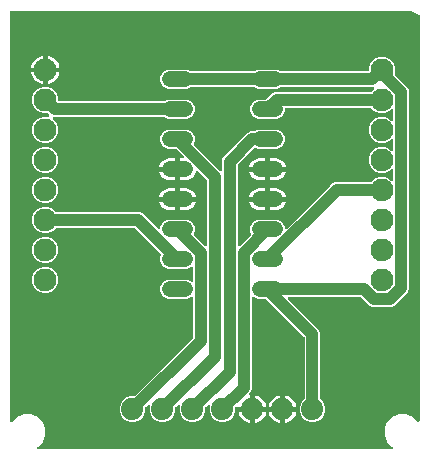
<source format=gbr>
G04 EAGLE Gerber X2 export*
%TF.Part,Single*%
%TF.FileFunction,Copper,L2,Bot,Mixed*%
%TF.FilePolarity,Positive*%
%TF.GenerationSoftware,Autodesk,EAGLE,8.6.0*%
%TF.CreationDate,2018-02-23T21:09:10Z*%
G75*
%MOMM*%
%FSLAX34Y34*%
%LPD*%
%AMOC8*
5,1,8,0,0,1.08239X$1,22.5*%
G01*
%ADD10C,1.320800*%
%ADD11C,1.879600*%
%ADD12C,1.930400*%
%ADD13C,1.016000*%

G36*
X320983Y4450D02*
X320983Y4450D01*
X321015Y4448D01*
X321122Y4470D01*
X321231Y4486D01*
X321260Y4499D01*
X321292Y4505D01*
X321388Y4557D01*
X321488Y4602D01*
X321512Y4623D01*
X321541Y4638D01*
X321619Y4714D01*
X321702Y4785D01*
X321720Y4812D01*
X321743Y4835D01*
X321796Y4930D01*
X321856Y5021D01*
X321866Y5052D01*
X321882Y5080D01*
X321907Y5187D01*
X321939Y5291D01*
X321939Y5323D01*
X321947Y5354D01*
X321941Y5464D01*
X321942Y5573D01*
X321934Y5604D01*
X321932Y5636D01*
X321896Y5739D01*
X321867Y5845D01*
X321850Y5872D01*
X321840Y5903D01*
X321786Y5976D01*
X321719Y6085D01*
X321683Y6117D01*
X321658Y6152D01*
X317347Y10462D01*
X315039Y16034D01*
X315039Y22066D01*
X317347Y27638D01*
X321612Y31903D01*
X327184Y34211D01*
X333216Y34211D01*
X338788Y31903D01*
X343048Y27642D01*
X343074Y27623D01*
X343095Y27598D01*
X343187Y27538D01*
X343274Y27473D01*
X343304Y27461D01*
X343331Y27444D01*
X343436Y27412D01*
X343538Y27373D01*
X343570Y27371D01*
X343601Y27361D01*
X343710Y27360D01*
X343819Y27351D01*
X343851Y27358D01*
X343883Y27358D01*
X343988Y27387D01*
X344095Y27409D01*
X344124Y27424D01*
X344155Y27433D01*
X344248Y27490D01*
X344344Y27541D01*
X344367Y27564D01*
X344395Y27581D01*
X344468Y27662D01*
X344546Y27738D01*
X344562Y27766D01*
X344584Y27790D01*
X344631Y27889D01*
X344685Y27984D01*
X344693Y28015D01*
X344707Y28044D01*
X344721Y28133D01*
X344750Y28258D01*
X344748Y28307D01*
X344754Y28349D01*
X344754Y371047D01*
X344738Y371161D01*
X344728Y371276D01*
X344718Y371301D01*
X344714Y371327D01*
X344667Y371432D01*
X344625Y371539D01*
X344609Y371560D01*
X344598Y371584D01*
X344523Y371671D01*
X344453Y371762D01*
X344433Y371777D01*
X344415Y371798D01*
X344270Y371893D01*
X344202Y371941D01*
X336997Y375544D01*
X336924Y375568D01*
X336855Y375602D01*
X336796Y375611D01*
X336729Y375633D01*
X336629Y375637D01*
X336550Y375649D01*
X-905Y375649D01*
X-969Y375640D01*
X-1033Y375641D01*
X-1108Y375620D01*
X-1184Y375609D01*
X-1243Y375583D01*
X-1305Y375566D01*
X-1371Y375525D01*
X-1441Y375493D01*
X-1490Y375451D01*
X-1545Y375418D01*
X-1597Y375360D01*
X-1655Y375310D01*
X-1691Y375256D01*
X-1734Y375208D01*
X-1767Y375139D01*
X-1810Y375074D01*
X-1829Y375012D01*
X-1857Y374955D01*
X-1868Y374885D01*
X-1892Y374804D01*
X-1893Y374719D01*
X-1904Y374650D01*
X-1904Y28299D01*
X-1900Y28267D01*
X-1902Y28235D01*
X-1880Y28128D01*
X-1864Y28019D01*
X-1851Y27990D01*
X-1845Y27958D01*
X-1793Y27862D01*
X-1748Y27762D01*
X-1727Y27738D01*
X-1712Y27709D01*
X-1636Y27631D01*
X-1565Y27548D01*
X-1538Y27530D01*
X-1515Y27507D01*
X-1420Y27454D01*
X-1329Y27394D01*
X-1298Y27384D01*
X-1270Y27368D01*
X-1164Y27343D01*
X-1059Y27311D01*
X-1027Y27311D01*
X-996Y27303D01*
X-886Y27309D01*
X-777Y27308D01*
X-746Y27316D01*
X-714Y27318D01*
X-611Y27354D01*
X-505Y27383D01*
X-478Y27400D01*
X-447Y27410D01*
X-374Y27464D01*
X-265Y27531D01*
X-233Y27567D01*
X-198Y27592D01*
X4112Y31903D01*
X9684Y34211D01*
X15716Y34211D01*
X21288Y31903D01*
X25553Y27638D01*
X27861Y22066D01*
X27861Y16034D01*
X25553Y10462D01*
X21242Y6152D01*
X21223Y6126D01*
X21198Y6105D01*
X21138Y6013D01*
X21073Y5926D01*
X21061Y5896D01*
X21044Y5869D01*
X21012Y5764D01*
X20973Y5662D01*
X20971Y5630D01*
X20961Y5599D01*
X20960Y5490D01*
X20951Y5381D01*
X20958Y5349D01*
X20958Y5317D01*
X20987Y5212D01*
X21009Y5105D01*
X21024Y5076D01*
X21033Y5045D01*
X21090Y4952D01*
X21141Y4856D01*
X21164Y4833D01*
X21181Y4805D01*
X21262Y4732D01*
X21338Y4654D01*
X21366Y4638D01*
X21390Y4616D01*
X21489Y4569D01*
X21584Y4515D01*
X21615Y4507D01*
X21644Y4493D01*
X21733Y4479D01*
X21858Y4450D01*
X21907Y4452D01*
X21949Y4446D01*
X320951Y4446D01*
X320983Y4450D01*
G37*
%LPC*%
G36*
X99427Y27177D02*
X99427Y27177D01*
X95413Y28840D01*
X92340Y31913D01*
X90677Y35927D01*
X90677Y40273D01*
X92340Y44287D01*
X95413Y47360D01*
X99427Y49023D01*
X102768Y49023D01*
X102863Y49036D01*
X102959Y49041D01*
X103003Y49056D01*
X103048Y49063D01*
X103135Y49102D01*
X103226Y49134D01*
X103260Y49159D01*
X103304Y49179D01*
X103402Y49262D01*
X103475Y49315D01*
X152615Y98455D01*
X152672Y98532D01*
X152737Y98603D01*
X152757Y98644D01*
X152784Y98681D01*
X152818Y98771D01*
X152860Y98857D01*
X152866Y98899D01*
X152883Y98945D01*
X152893Y99072D01*
X152907Y99162D01*
X152907Y132395D01*
X152903Y132427D01*
X152905Y132459D01*
X152883Y132566D01*
X152867Y132674D01*
X152854Y132704D01*
X152848Y132735D01*
X152796Y132832D01*
X152751Y132931D01*
X152730Y132956D01*
X152715Y132984D01*
X152639Y133063D01*
X152568Y133146D01*
X152541Y133163D01*
X152518Y133186D01*
X152423Y133240D01*
X152332Y133300D01*
X152301Y133309D01*
X152273Y133325D01*
X152167Y133350D01*
X152062Y133382D01*
X152030Y133383D01*
X151998Y133390D01*
X151889Y133385D01*
X151780Y133386D01*
X151749Y133378D01*
X151717Y133376D01*
X151614Y133340D01*
X151508Y133311D01*
X151481Y133294D01*
X151450Y133283D01*
X151377Y133230D01*
X151268Y133163D01*
X151236Y133127D01*
X151201Y133102D01*
X150909Y132809D01*
X147921Y131571D01*
X131479Y131571D01*
X128491Y132809D01*
X126205Y135095D01*
X124967Y138083D01*
X124967Y141317D01*
X126205Y144305D01*
X128491Y146591D01*
X131479Y147829D01*
X147921Y147829D01*
X150909Y146591D01*
X151201Y146298D01*
X151227Y146279D01*
X151248Y146254D01*
X151340Y146195D01*
X151427Y146129D01*
X151457Y146118D01*
X151484Y146100D01*
X151589Y146068D01*
X151691Y146030D01*
X151723Y146027D01*
X151754Y146018D01*
X151863Y146016D01*
X151972Y146008D01*
X152004Y146014D01*
X152036Y146014D01*
X152141Y146043D01*
X152248Y146065D01*
X152277Y146080D01*
X152308Y146089D01*
X152401Y146147D01*
X152497Y146198D01*
X152520Y146220D01*
X152548Y146237D01*
X152621Y146318D01*
X152699Y146395D01*
X152715Y146423D01*
X152737Y146447D01*
X152784Y146545D01*
X152838Y146640D01*
X152846Y146671D01*
X152860Y146700D01*
X152874Y146790D01*
X152903Y146914D01*
X152901Y146963D01*
X152907Y147005D01*
X152907Y157795D01*
X152903Y157827D01*
X152905Y157859D01*
X152883Y157966D01*
X152867Y158074D01*
X152854Y158104D01*
X152848Y158135D01*
X152796Y158232D01*
X152751Y158331D01*
X152730Y158356D01*
X152715Y158384D01*
X152639Y158463D01*
X152568Y158546D01*
X152541Y158563D01*
X152518Y158586D01*
X152423Y158640D01*
X152332Y158700D01*
X152301Y158709D01*
X152273Y158725D01*
X152167Y158750D01*
X152062Y158782D01*
X152030Y158783D01*
X151998Y158790D01*
X151889Y158785D01*
X151780Y158786D01*
X151749Y158778D01*
X151717Y158776D01*
X151614Y158740D01*
X151508Y158711D01*
X151481Y158694D01*
X151450Y158683D01*
X151377Y158630D01*
X151268Y158563D01*
X151236Y158527D01*
X151201Y158502D01*
X150909Y158209D01*
X147921Y156971D01*
X131479Y156971D01*
X128491Y158209D01*
X126205Y160495D01*
X124967Y163483D01*
X124967Y166717D01*
X125818Y168770D01*
X125820Y168779D01*
X125825Y168787D01*
X125855Y168916D01*
X125888Y169043D01*
X125887Y169052D01*
X125890Y169061D01*
X125883Y169194D01*
X125879Y169325D01*
X125876Y169334D01*
X125875Y169343D01*
X125832Y169468D01*
X125791Y169593D01*
X125786Y169601D01*
X125783Y169610D01*
X125737Y169672D01*
X125632Y169826D01*
X125614Y169841D01*
X125601Y169859D01*
X103907Y191553D01*
X103830Y191610D01*
X103759Y191675D01*
X103718Y191695D01*
X103681Y191722D01*
X103591Y191756D01*
X103505Y191798D01*
X103463Y191804D01*
X103417Y191821D01*
X103290Y191831D01*
X103200Y191845D01*
X37365Y191845D01*
X37271Y191832D01*
X37174Y191827D01*
X37131Y191812D01*
X37086Y191805D01*
X36999Y191766D01*
X36908Y191734D01*
X36873Y191709D01*
X36829Y191689D01*
X36732Y191606D01*
X36659Y191553D01*
X34081Y188975D01*
X29973Y187273D01*
X25527Y187273D01*
X21419Y188975D01*
X18275Y192119D01*
X16573Y196227D01*
X16573Y200673D01*
X18275Y204781D01*
X21419Y207925D01*
X25527Y209627D01*
X29973Y209627D01*
X34081Y207925D01*
X36659Y205347D01*
X36736Y205290D01*
X36807Y205225D01*
X36848Y205205D01*
X36884Y205178D01*
X36974Y205144D01*
X37061Y205102D01*
X37103Y205096D01*
X37148Y205079D01*
X37276Y205069D01*
X37365Y205055D01*
X107664Y205055D01*
X110091Y204049D01*
X123261Y190879D01*
X123287Y190860D01*
X123308Y190835D01*
X123400Y190775D01*
X123487Y190710D01*
X123517Y190698D01*
X123544Y190681D01*
X123649Y190649D01*
X123751Y190610D01*
X123783Y190608D01*
X123814Y190598D01*
X123923Y190597D01*
X124032Y190588D01*
X124064Y190595D01*
X124096Y190595D01*
X124201Y190624D01*
X124308Y190646D01*
X124337Y190661D01*
X124368Y190670D01*
X124461Y190727D01*
X124557Y190779D01*
X124580Y190801D01*
X124608Y190818D01*
X124681Y190899D01*
X124759Y190975D01*
X124775Y191003D01*
X124797Y191027D01*
X124844Y191126D01*
X124898Y191221D01*
X124906Y191252D01*
X124920Y191281D01*
X124934Y191370D01*
X124963Y191495D01*
X124961Y191544D01*
X124967Y191586D01*
X124967Y192117D01*
X126205Y195105D01*
X128491Y197391D01*
X131479Y198629D01*
X147921Y198629D01*
X150909Y197391D01*
X153195Y195105D01*
X154433Y192117D01*
X154433Y188883D01*
X153548Y186748D01*
X153546Y186738D01*
X153541Y186730D01*
X153511Y186601D01*
X153478Y186474D01*
X153478Y186465D01*
X153476Y186456D01*
X153483Y186323D01*
X153487Y186193D01*
X153490Y186184D01*
X153491Y186174D01*
X153534Y186049D01*
X153575Y185924D01*
X153580Y185917D01*
X153583Y185908D01*
X153628Y185846D01*
X153733Y185691D01*
X153752Y185676D01*
X153765Y185659D01*
X162885Y176538D01*
X162911Y176519D01*
X162932Y176494D01*
X163024Y176434D01*
X163111Y176369D01*
X163141Y176357D01*
X163168Y176340D01*
X163273Y176308D01*
X163375Y176269D01*
X163407Y176267D01*
X163438Y176257D01*
X163547Y176256D01*
X163656Y176247D01*
X163688Y176254D01*
X163720Y176254D01*
X163825Y176283D01*
X163932Y176305D01*
X163961Y176320D01*
X163992Y176329D01*
X164085Y176386D01*
X164181Y176437D01*
X164204Y176460D01*
X164232Y176477D01*
X164305Y176558D01*
X164383Y176634D01*
X164399Y176662D01*
X164421Y176686D01*
X164468Y176784D01*
X164522Y176880D01*
X164530Y176911D01*
X164544Y176940D01*
X164558Y177029D01*
X164587Y177154D01*
X164585Y177203D01*
X164591Y177245D01*
X164591Y231937D01*
X164578Y232032D01*
X164573Y232128D01*
X164558Y232171D01*
X164551Y232216D01*
X164512Y232304D01*
X164480Y232395D01*
X164455Y232429D01*
X164435Y232473D01*
X164352Y232571D01*
X164299Y232644D01*
X156952Y239990D01*
X156892Y240035D01*
X156838Y240088D01*
X156780Y240120D01*
X156727Y240160D01*
X156656Y240186D01*
X156589Y240222D01*
X156525Y240236D01*
X156463Y240259D01*
X156387Y240265D01*
X156314Y240281D01*
X156248Y240276D01*
X156182Y240281D01*
X156108Y240265D01*
X156032Y240260D01*
X155970Y240237D01*
X155905Y240223D01*
X155839Y240188D01*
X155768Y240161D01*
X155715Y240122D01*
X155657Y240091D01*
X155602Y240038D01*
X155542Y239993D01*
X155502Y239940D01*
X155454Y239894D01*
X155417Y239828D01*
X155372Y239768D01*
X155352Y239716D01*
X155338Y239693D01*
X155335Y239682D01*
X155315Y239649D01*
X155293Y239553D01*
X155266Y239479D01*
X155097Y238633D01*
X154408Y236968D01*
X153407Y235470D01*
X152134Y234197D01*
X150636Y233196D01*
X148971Y232507D01*
X147205Y232155D01*
X141699Y232155D01*
X141699Y240300D01*
X141691Y240361D01*
X141691Y240397D01*
X141691Y240398D01*
X141691Y240428D01*
X141670Y240502D01*
X141659Y240579D01*
X141633Y240638D01*
X141616Y240700D01*
X141575Y240766D01*
X141543Y240836D01*
X141501Y240885D01*
X141468Y240940D01*
X141410Y240991D01*
X141360Y241050D01*
X141306Y241086D01*
X141258Y241129D01*
X141189Y241162D01*
X141124Y241205D01*
X141062Y241224D01*
X141005Y241252D01*
X140935Y241262D01*
X140854Y241287D01*
X140769Y241288D01*
X140700Y241299D01*
X139699Y241299D01*
X139699Y241301D01*
X140700Y241301D01*
X140764Y241310D01*
X140828Y241309D01*
X140903Y241330D01*
X140979Y241341D01*
X141038Y241367D01*
X141100Y241384D01*
X141166Y241425D01*
X141236Y241457D01*
X141285Y241499D01*
X141340Y241532D01*
X141392Y241590D01*
X141450Y241640D01*
X141486Y241694D01*
X141529Y241742D01*
X141562Y241811D01*
X141605Y241876D01*
X141624Y241938D01*
X141652Y241996D01*
X141662Y242065D01*
X141687Y242146D01*
X141688Y242231D01*
X141699Y242300D01*
X141699Y250445D01*
X144202Y250445D01*
X144234Y250449D01*
X144266Y250447D01*
X144373Y250469D01*
X144482Y250485D01*
X144511Y250498D01*
X144543Y250504D01*
X144639Y250556D01*
X144739Y250601D01*
X144763Y250622D01*
X144791Y250637D01*
X144870Y250713D01*
X144953Y250784D01*
X144970Y250811D01*
X144994Y250834D01*
X145047Y250929D01*
X145107Y251020D01*
X145117Y251051D01*
X145133Y251079D01*
X145158Y251186D01*
X145190Y251290D01*
X145190Y251322D01*
X145198Y251353D01*
X145192Y251463D01*
X145193Y251572D01*
X145185Y251603D01*
X145183Y251635D01*
X145147Y251738D01*
X145118Y251844D01*
X145101Y251871D01*
X145091Y251902D01*
X145037Y251975D01*
X144970Y252084D01*
X144934Y252116D01*
X144909Y252151D01*
X138781Y258279D01*
X138704Y258336D01*
X138633Y258401D01*
X138592Y258421D01*
X138555Y258448D01*
X138465Y258482D01*
X138379Y258524D01*
X138337Y258530D01*
X138291Y258547D01*
X138164Y258557D01*
X138074Y258571D01*
X131479Y258571D01*
X128491Y259809D01*
X126205Y262095D01*
X124967Y265083D01*
X124967Y268317D01*
X126205Y271305D01*
X128491Y273591D01*
X131479Y274829D01*
X147921Y274829D01*
X150909Y273591D01*
X153195Y271305D01*
X154433Y268317D01*
X154433Y265083D01*
X153582Y263030D01*
X153580Y263021D01*
X153575Y263013D01*
X153545Y262884D01*
X153512Y262757D01*
X153513Y262748D01*
X153510Y262739D01*
X153517Y262606D01*
X153521Y262475D01*
X153524Y262466D01*
X153525Y262457D01*
X153568Y262332D01*
X153609Y262207D01*
X153614Y262199D01*
X153617Y262190D01*
X153663Y262128D01*
X153768Y261974D01*
X153786Y261959D01*
X153799Y261941D01*
X157999Y257741D01*
X158006Y257725D01*
X158027Y257689D01*
X158041Y257650D01*
X158092Y257580D01*
X158149Y257482D01*
X158193Y257442D01*
X158223Y257401D01*
X175839Y239784D01*
X175865Y239765D01*
X175886Y239740D01*
X175978Y239680D01*
X176065Y239615D01*
X176095Y239603D01*
X176122Y239586D01*
X176227Y239554D01*
X176329Y239515D01*
X176361Y239513D01*
X176392Y239503D01*
X176501Y239502D01*
X176610Y239493D01*
X176642Y239500D01*
X176674Y239500D01*
X176779Y239529D01*
X176886Y239551D01*
X176915Y239566D01*
X176946Y239575D01*
X177039Y239632D01*
X177135Y239683D01*
X177158Y239706D01*
X177186Y239723D01*
X177259Y239804D01*
X177337Y239880D01*
X177353Y239908D01*
X177375Y239932D01*
X177422Y240030D01*
X177476Y240126D01*
X177484Y240157D01*
X177498Y240186D01*
X177512Y240275D01*
X177541Y240400D01*
X177539Y240449D01*
X177545Y240491D01*
X177545Y248964D01*
X178551Y251391D01*
X199459Y272299D01*
X201886Y273305D01*
X203991Y273305D01*
X204086Y273318D01*
X204182Y273323D01*
X204225Y273338D01*
X204270Y273345D01*
X204358Y273384D01*
X204449Y273416D01*
X204483Y273441D01*
X204527Y273461D01*
X204625Y273544D01*
X204686Y273589D01*
X207679Y274829D01*
X224121Y274829D01*
X227109Y273591D01*
X229395Y271305D01*
X230633Y268317D01*
X230633Y265083D01*
X229395Y262095D01*
X227109Y259809D01*
X224121Y258571D01*
X207679Y258571D01*
X205986Y259273D01*
X205976Y259275D01*
X205968Y259280D01*
X205839Y259310D01*
X205712Y259343D01*
X205703Y259342D01*
X205694Y259345D01*
X205561Y259338D01*
X205431Y259334D01*
X205422Y259331D01*
X205412Y259330D01*
X205288Y259287D01*
X205162Y259246D01*
X205154Y259241D01*
X205146Y259238D01*
X205084Y259193D01*
X204929Y259087D01*
X204914Y259069D01*
X204897Y259056D01*
X191047Y245207D01*
X190990Y245130D01*
X190925Y245059D01*
X190905Y245018D01*
X190878Y244981D01*
X190844Y244891D01*
X190802Y244805D01*
X190796Y244763D01*
X190779Y244717D01*
X190769Y244590D01*
X190755Y244500D01*
X190755Y176991D01*
X190759Y176958D01*
X190757Y176926D01*
X190779Y176819D01*
X190795Y176711D01*
X190808Y176682D01*
X190815Y176650D01*
X190866Y176554D01*
X190911Y176454D01*
X190932Y176430D01*
X190947Y176401D01*
X191023Y176323D01*
X191094Y176240D01*
X191121Y176222D01*
X191144Y176199D01*
X191239Y176145D01*
X191330Y176086D01*
X191361Y176076D01*
X191390Y176060D01*
X191496Y176035D01*
X191600Y176003D01*
X191632Y176003D01*
X191664Y175995D01*
X191773Y176001D01*
X191882Y176000D01*
X191913Y176008D01*
X191946Y176010D01*
X192049Y176046D01*
X192154Y176075D01*
X192181Y176092D01*
X192212Y176103D01*
X192285Y176156D01*
X192394Y176223D01*
X192426Y176259D01*
X192461Y176284D01*
X192488Y176311D01*
X201835Y185659D01*
X201841Y185666D01*
X201848Y185672D01*
X201926Y185779D01*
X202005Y185884D01*
X202008Y185893D01*
X202013Y185901D01*
X202057Y186024D01*
X202104Y186148D01*
X202105Y186158D01*
X202108Y186167D01*
X202116Y186298D01*
X202126Y186429D01*
X202124Y186439D01*
X202124Y186448D01*
X202106Y186523D01*
X202068Y186705D01*
X202057Y186727D01*
X202052Y186748D01*
X201167Y188883D01*
X201167Y192117D01*
X202405Y195105D01*
X204691Y197391D01*
X207679Y198629D01*
X224121Y198629D01*
X227109Y197391D01*
X229395Y195105D01*
X230633Y192117D01*
X230633Y191586D01*
X230637Y191554D01*
X230635Y191522D01*
X230657Y191415D01*
X230673Y191306D01*
X230686Y191277D01*
X230692Y191245D01*
X230744Y191149D01*
X230789Y191049D01*
X230810Y191025D01*
X230825Y190997D01*
X230901Y190918D01*
X230972Y190835D01*
X230999Y190818D01*
X231022Y190794D01*
X231117Y190741D01*
X231208Y190681D01*
X231239Y190671D01*
X231267Y190655D01*
X231374Y190630D01*
X231478Y190598D01*
X231510Y190598D01*
X231541Y190590D01*
X231651Y190596D01*
X231760Y190595D01*
X231791Y190603D01*
X231823Y190605D01*
X231926Y190641D01*
X232032Y190670D01*
X232059Y190687D01*
X232090Y190697D01*
X232163Y190751D01*
X232272Y190818D01*
X232304Y190854D01*
X232339Y190879D01*
X268910Y227451D01*
X270909Y229449D01*
X273336Y230455D01*
X303135Y230455D01*
X303230Y230468D01*
X303326Y230473D01*
X303369Y230488D01*
X303414Y230495D01*
X303501Y230534D01*
X303592Y230566D01*
X303627Y230591D01*
X303671Y230611D01*
X303768Y230694D01*
X303841Y230747D01*
X306419Y233325D01*
X310527Y235027D01*
X314973Y235027D01*
X319081Y233325D01*
X320695Y231711D01*
X320721Y231691D01*
X320742Y231667D01*
X320834Y231607D01*
X320921Y231542D01*
X320951Y231530D01*
X320978Y231512D01*
X321083Y231481D01*
X321185Y231442D01*
X321217Y231440D01*
X321248Y231430D01*
X321357Y231429D01*
X321466Y231420D01*
X321498Y231427D01*
X321530Y231426D01*
X321635Y231455D01*
X321742Y231478D01*
X321771Y231493D01*
X321802Y231502D01*
X321895Y231559D01*
X321991Y231610D01*
X322014Y231633D01*
X322042Y231650D01*
X322115Y231731D01*
X322193Y231807D01*
X322209Y231835D01*
X322231Y231859D01*
X322278Y231957D01*
X322332Y232052D01*
X322340Y232084D01*
X322354Y232113D01*
X322368Y232202D01*
X322397Y232327D01*
X322395Y232375D01*
X322401Y232417D01*
X322401Y240683D01*
X322397Y240715D01*
X322399Y240747D01*
X322377Y240854D01*
X322361Y240962D01*
X322348Y240991D01*
X322342Y241023D01*
X322290Y241119D01*
X322245Y241219D01*
X322224Y241243D01*
X322209Y241272D01*
X322133Y241350D01*
X322062Y241433D01*
X322035Y241451D01*
X322012Y241474D01*
X321917Y241528D01*
X321826Y241588D01*
X321795Y241597D01*
X321767Y241613D01*
X321661Y241638D01*
X321556Y241670D01*
X321524Y241670D01*
X321493Y241678D01*
X321383Y241672D01*
X321274Y241674D01*
X321243Y241665D01*
X321211Y241663D01*
X321108Y241628D01*
X321002Y241598D01*
X320975Y241581D01*
X320944Y241571D01*
X320871Y241518D01*
X320762Y241450D01*
X320730Y241414D01*
X320695Y241389D01*
X319081Y239775D01*
X314973Y238073D01*
X310527Y238073D01*
X306419Y239775D01*
X303275Y242919D01*
X301573Y247027D01*
X301573Y251473D01*
X303275Y255581D01*
X306419Y258725D01*
X310527Y260427D01*
X314973Y260427D01*
X319081Y258725D01*
X320695Y257111D01*
X320721Y257091D01*
X320742Y257067D01*
X320834Y257007D01*
X320921Y256942D01*
X320951Y256930D01*
X320978Y256912D01*
X321083Y256881D01*
X321185Y256842D01*
X321217Y256840D01*
X321248Y256830D01*
X321357Y256829D01*
X321466Y256820D01*
X321498Y256827D01*
X321530Y256826D01*
X321635Y256855D01*
X321742Y256878D01*
X321771Y256893D01*
X321802Y256902D01*
X321895Y256959D01*
X321991Y257010D01*
X322014Y257033D01*
X322042Y257050D01*
X322115Y257131D01*
X322193Y257207D01*
X322209Y257235D01*
X322231Y257259D01*
X322278Y257357D01*
X322332Y257452D01*
X322340Y257484D01*
X322354Y257513D01*
X322368Y257602D01*
X322397Y257727D01*
X322395Y257775D01*
X322401Y257817D01*
X322401Y266083D01*
X322397Y266115D01*
X322399Y266147D01*
X322377Y266254D01*
X322361Y266362D01*
X322348Y266391D01*
X322342Y266423D01*
X322290Y266519D01*
X322245Y266619D01*
X322224Y266643D01*
X322209Y266672D01*
X322133Y266750D01*
X322062Y266833D01*
X322035Y266851D01*
X322012Y266874D01*
X321917Y266928D01*
X321826Y266988D01*
X321795Y266997D01*
X321767Y267013D01*
X321661Y267038D01*
X321556Y267070D01*
X321524Y267070D01*
X321493Y267078D01*
X321383Y267072D01*
X321274Y267074D01*
X321243Y267065D01*
X321211Y267063D01*
X321108Y267028D01*
X321002Y266998D01*
X320975Y266981D01*
X320944Y266971D01*
X320871Y266918D01*
X320762Y266850D01*
X320730Y266814D01*
X320695Y266789D01*
X319081Y265175D01*
X314973Y263473D01*
X310527Y263473D01*
X306419Y265175D01*
X303275Y268319D01*
X301573Y272427D01*
X301573Y276873D01*
X303275Y280981D01*
X306419Y284125D01*
X310527Y285827D01*
X314973Y285827D01*
X319081Y284125D01*
X320695Y282511D01*
X320721Y282491D01*
X320742Y282467D01*
X320804Y282427D01*
X320825Y282408D01*
X320848Y282397D01*
X320921Y282342D01*
X320951Y282330D01*
X320978Y282312D01*
X321083Y282281D01*
X321185Y282242D01*
X321217Y282240D01*
X321248Y282230D01*
X321357Y282229D01*
X321466Y282220D01*
X321498Y282227D01*
X321530Y282226D01*
X321635Y282255D01*
X321742Y282278D01*
X321771Y282293D01*
X321802Y282302D01*
X321895Y282359D01*
X321991Y282410D01*
X322014Y282433D01*
X322042Y282450D01*
X322115Y282531D01*
X322193Y282607D01*
X322209Y282635D01*
X322231Y282659D01*
X322278Y282757D01*
X322332Y282852D01*
X322340Y282884D01*
X322354Y282913D01*
X322368Y283002D01*
X322378Y283044D01*
X322389Y283082D01*
X322389Y283094D01*
X322397Y283127D01*
X322395Y283175D01*
X322401Y283217D01*
X322401Y291483D01*
X322397Y291515D01*
X322399Y291547D01*
X322377Y291654D01*
X322361Y291762D01*
X322348Y291791D01*
X322342Y291823D01*
X322290Y291919D01*
X322245Y292019D01*
X322224Y292043D01*
X322209Y292072D01*
X322133Y292150D01*
X322062Y292233D01*
X322035Y292251D01*
X322012Y292274D01*
X321917Y292328D01*
X321826Y292388D01*
X321795Y292397D01*
X321767Y292413D01*
X321661Y292438D01*
X321556Y292470D01*
X321524Y292470D01*
X321493Y292478D01*
X321383Y292472D01*
X321274Y292474D01*
X321243Y292465D01*
X321211Y292463D01*
X321108Y292428D01*
X321002Y292398D01*
X320975Y292381D01*
X320944Y292371D01*
X320871Y292318D01*
X320762Y292250D01*
X320730Y292214D01*
X320695Y292189D01*
X319081Y290575D01*
X314973Y288873D01*
X310527Y288873D01*
X306419Y290575D01*
X303841Y293153D01*
X303764Y293210D01*
X303693Y293275D01*
X303652Y293295D01*
X303616Y293322D01*
X303526Y293356D01*
X303439Y293398D01*
X303397Y293404D01*
X303352Y293421D01*
X303224Y293431D01*
X303135Y293445D01*
X231632Y293445D01*
X231568Y293436D01*
X231504Y293437D01*
X231429Y293416D01*
X231353Y293405D01*
X231294Y293379D01*
X231232Y293362D01*
X231166Y293321D01*
X231096Y293289D01*
X231047Y293247D01*
X230992Y293214D01*
X230940Y293156D01*
X230882Y293106D01*
X230846Y293052D01*
X230803Y293004D01*
X230770Y292935D01*
X230727Y292870D01*
X230708Y292808D01*
X230680Y292751D01*
X230669Y292681D01*
X230645Y292600D01*
X230644Y292515D01*
X230633Y292446D01*
X230633Y290483D01*
X229395Y287495D01*
X227109Y285209D01*
X224121Y283971D01*
X207679Y283971D01*
X204691Y285209D01*
X202405Y287495D01*
X201167Y290483D01*
X201167Y293717D01*
X202405Y296705D01*
X204691Y298991D01*
X207679Y300229D01*
X214274Y300229D01*
X214369Y300242D01*
X214465Y300247D01*
X214509Y300262D01*
X214554Y300269D01*
X214641Y300308D01*
X214732Y300340D01*
X214766Y300365D01*
X214810Y300385D01*
X214908Y300468D01*
X214981Y300521D01*
X220109Y305649D01*
X222536Y306655D01*
X303135Y306655D01*
X303230Y306668D01*
X303326Y306673D01*
X303369Y306688D01*
X303414Y306695D01*
X303501Y306734D01*
X303592Y306766D01*
X303627Y306791D01*
X303671Y306811D01*
X303768Y306894D01*
X303841Y306947D01*
X306083Y309189D01*
X306102Y309215D01*
X306127Y309236D01*
X306187Y309328D01*
X306252Y309415D01*
X306264Y309445D01*
X306282Y309472D01*
X306313Y309577D01*
X306352Y309679D01*
X306354Y309711D01*
X306364Y309742D01*
X306365Y309851D01*
X306374Y309960D01*
X306367Y309992D01*
X306368Y310024D01*
X306338Y310129D01*
X306316Y310236D01*
X306301Y310265D01*
X306292Y310296D01*
X306235Y310389D01*
X306184Y310485D01*
X306161Y310508D01*
X306144Y310536D01*
X306063Y310609D01*
X305987Y310687D01*
X305959Y310703D01*
X305935Y310725D01*
X305837Y310772D01*
X305742Y310826D01*
X305710Y310834D01*
X305681Y310848D01*
X305592Y310862D01*
X305467Y310891D01*
X305419Y310889D01*
X305377Y310895D01*
X227809Y310895D01*
X227714Y310882D01*
X227618Y310877D01*
X227575Y310862D01*
X227530Y310855D01*
X227442Y310816D01*
X227351Y310784D01*
X227317Y310759D01*
X227273Y310739D01*
X227176Y310656D01*
X227114Y310611D01*
X224121Y309371D01*
X207679Y309371D01*
X204687Y310611D01*
X204621Y310660D01*
X204549Y310725D01*
X204509Y310745D01*
X204472Y310772D01*
X204382Y310806D01*
X204296Y310848D01*
X204254Y310854D01*
X204208Y310871D01*
X204081Y310881D01*
X203991Y310895D01*
X151609Y310895D01*
X151514Y310882D01*
X151418Y310877D01*
X151375Y310862D01*
X151330Y310855D01*
X151242Y310816D01*
X151151Y310784D01*
X151117Y310759D01*
X151073Y310739D01*
X150975Y310656D01*
X150914Y310611D01*
X147921Y309371D01*
X131479Y309371D01*
X128491Y310609D01*
X126205Y312895D01*
X124967Y315883D01*
X124967Y319117D01*
X126205Y322105D01*
X128491Y324391D01*
X131479Y325629D01*
X147921Y325629D01*
X150913Y324389D01*
X150979Y324340D01*
X151051Y324275D01*
X151092Y324255D01*
X151128Y324228D01*
X151218Y324194D01*
X151304Y324152D01*
X151346Y324146D01*
X151392Y324129D01*
X151519Y324119D01*
X151609Y324105D01*
X203991Y324105D01*
X204086Y324118D01*
X204182Y324123D01*
X204225Y324138D01*
X204270Y324145D01*
X204358Y324184D01*
X204449Y324216D01*
X204483Y324241D01*
X204527Y324261D01*
X204624Y324344D01*
X204686Y324389D01*
X207679Y325629D01*
X224121Y325629D01*
X227113Y324389D01*
X227179Y324340D01*
X227251Y324275D01*
X227291Y324255D01*
X227328Y324228D01*
X227418Y324194D01*
X227504Y324152D01*
X227546Y324146D01*
X227592Y324129D01*
X227719Y324119D01*
X227809Y324105D01*
X300574Y324105D01*
X300638Y324114D01*
X300702Y324113D01*
X300777Y324134D01*
X300853Y324145D01*
X300912Y324171D01*
X300974Y324188D01*
X301040Y324229D01*
X301110Y324261D01*
X301159Y324303D01*
X301214Y324336D01*
X301266Y324394D01*
X301324Y324444D01*
X301360Y324498D01*
X301403Y324546D01*
X301436Y324615D01*
X301479Y324680D01*
X301498Y324742D01*
X301526Y324799D01*
X301537Y324869D01*
X301561Y324950D01*
X301562Y325035D01*
X301573Y325104D01*
X301573Y327673D01*
X303275Y331781D01*
X306419Y334925D01*
X310527Y336627D01*
X314973Y336627D01*
X319081Y334925D01*
X322225Y331781D01*
X323927Y327673D01*
X323927Y323227D01*
X323590Y322413D01*
X323587Y322404D01*
X323583Y322395D01*
X323552Y322266D01*
X323519Y322140D01*
X323520Y322130D01*
X323518Y322121D01*
X323524Y321988D01*
X323529Y321858D01*
X323531Y321849D01*
X323532Y321839D01*
X323575Y321715D01*
X323616Y321590D01*
X323621Y321582D01*
X323624Y321573D01*
X323670Y321511D01*
X323775Y321357D01*
X323793Y321341D01*
X323806Y321324D01*
X334605Y310525D01*
X335611Y308097D01*
X335611Y139603D01*
X334605Y137175D01*
X323225Y125795D01*
X320797Y124789D01*
X304703Y124789D01*
X302275Y125795D01*
X295267Y132803D01*
X295191Y132860D01*
X295119Y132925D01*
X295078Y132945D01*
X295042Y132972D01*
X294952Y133006D01*
X294865Y133048D01*
X294823Y133054D01*
X294778Y133071D01*
X294650Y133081D01*
X294561Y133095D01*
X234258Y133095D01*
X234226Y133091D01*
X234194Y133093D01*
X234087Y133071D01*
X233978Y133055D01*
X233949Y133042D01*
X233917Y133036D01*
X233821Y132984D01*
X233721Y132939D01*
X233697Y132918D01*
X233669Y132903D01*
X233590Y132827D01*
X233507Y132756D01*
X233490Y132729D01*
X233466Y132706D01*
X233413Y132611D01*
X233353Y132520D01*
X233343Y132489D01*
X233327Y132461D01*
X233302Y132354D01*
X233270Y132250D01*
X233270Y132218D01*
X233262Y132187D01*
X233268Y132077D01*
X233267Y131968D01*
X233275Y131937D01*
X233277Y131905D01*
X233313Y131802D01*
X233342Y131696D01*
X233359Y131669D01*
X233369Y131638D01*
X233423Y131565D01*
X233490Y131456D01*
X233526Y131424D01*
X233551Y131389D01*
X259599Y105341D01*
X260605Y102914D01*
X260605Y47356D01*
X260613Y47298D01*
X260613Y47286D01*
X260617Y47272D01*
X260618Y47261D01*
X260623Y47165D01*
X260638Y47122D01*
X260645Y47077D01*
X260684Y46990D01*
X260716Y46899D01*
X260741Y46864D01*
X260761Y46820D01*
X260844Y46723D01*
X260897Y46650D01*
X263260Y44287D01*
X264923Y40273D01*
X264923Y35927D01*
X263260Y31913D01*
X260187Y28840D01*
X256173Y27177D01*
X251827Y27177D01*
X247813Y28840D01*
X244740Y31913D01*
X243077Y35927D01*
X243077Y40273D01*
X244740Y44287D01*
X247103Y46650D01*
X247160Y46726D01*
X247225Y46798D01*
X247245Y46839D01*
X247272Y46875D01*
X247306Y46965D01*
X247348Y47052D01*
X247354Y47094D01*
X247371Y47139D01*
X247380Y47248D01*
X247383Y47259D01*
X247384Y47282D01*
X247395Y47356D01*
X247395Y98450D01*
X247382Y98545D01*
X247377Y98641D01*
X247362Y98685D01*
X247355Y98730D01*
X247316Y98817D01*
X247284Y98908D01*
X247259Y98942D01*
X247239Y98986D01*
X247156Y99084D01*
X247103Y99157D01*
X214981Y131279D01*
X214904Y131336D01*
X214833Y131401D01*
X214792Y131421D01*
X214755Y131448D01*
X214665Y131482D01*
X214579Y131524D01*
X214537Y131530D01*
X214491Y131547D01*
X214364Y131557D01*
X214274Y131571D01*
X207679Y131571D01*
X204691Y132809D01*
X204399Y133102D01*
X204373Y133121D01*
X204352Y133146D01*
X204260Y133205D01*
X204173Y133271D01*
X204143Y133282D01*
X204116Y133300D01*
X204011Y133332D01*
X203909Y133370D01*
X203877Y133373D01*
X203846Y133382D01*
X203737Y133384D01*
X203628Y133392D01*
X203596Y133386D01*
X203564Y133386D01*
X203459Y133357D01*
X203352Y133335D01*
X203323Y133320D01*
X203292Y133311D01*
X203199Y133253D01*
X203103Y133202D01*
X203080Y133180D01*
X203052Y133163D01*
X202979Y133082D01*
X202901Y133005D01*
X202885Y132977D01*
X202863Y132953D01*
X202816Y132855D01*
X202762Y132760D01*
X202754Y132729D01*
X202740Y132700D01*
X202726Y132610D01*
X202697Y132486D01*
X202699Y132437D01*
X202693Y132395D01*
X202693Y55074D01*
X201687Y52647D01*
X200655Y51615D01*
X200589Y51526D01*
X200517Y51442D01*
X200505Y51414D01*
X200486Y51389D01*
X200447Y51286D01*
X200402Y51185D01*
X200397Y51154D01*
X200386Y51125D01*
X200378Y51015D01*
X200363Y50906D01*
X200367Y50875D01*
X200365Y50844D01*
X200387Y50736D01*
X200403Y50627D01*
X200416Y50598D01*
X200422Y50568D01*
X200474Y50470D01*
X200520Y50370D01*
X200540Y50347D01*
X200555Y50319D01*
X200632Y50240D01*
X200704Y50156D01*
X200730Y50139D01*
X200751Y50117D01*
X200848Y50062D01*
X200940Y50002D01*
X200970Y49993D01*
X200997Y49978D01*
X201104Y49952D01*
X201201Y49923D01*
X201201Y40099D01*
X191374Y40099D01*
X191354Y40170D01*
X191331Y40278D01*
X191317Y40306D01*
X191309Y40336D01*
X191251Y40430D01*
X191199Y40527D01*
X191177Y40550D01*
X191161Y40576D01*
X191079Y40650D01*
X191002Y40729D01*
X190975Y40745D01*
X190952Y40766D01*
X190853Y40814D01*
X190757Y40868D01*
X190727Y40876D01*
X190699Y40889D01*
X190590Y40908D01*
X190482Y40933D01*
X190451Y40932D01*
X190421Y40937D01*
X190311Y40925D01*
X190201Y40919D01*
X190171Y40909D01*
X190140Y40905D01*
X190038Y40863D01*
X189934Y40827D01*
X189911Y40809D01*
X189880Y40797D01*
X189758Y40698D01*
X189685Y40645D01*
X189015Y39975D01*
X188958Y39898D01*
X188893Y39827D01*
X188873Y39786D01*
X188846Y39749D01*
X188812Y39659D01*
X188770Y39573D01*
X188764Y39531D01*
X188747Y39485D01*
X188737Y39358D01*
X188723Y39268D01*
X188723Y35927D01*
X187060Y31913D01*
X183987Y28840D01*
X179973Y27177D01*
X175627Y27177D01*
X171613Y28840D01*
X168540Y31913D01*
X166877Y35927D01*
X166877Y40273D01*
X167051Y40692D01*
X167072Y40776D01*
X167103Y40857D01*
X167107Y40912D01*
X167121Y40965D01*
X167118Y41051D01*
X167125Y41138D01*
X167114Y41192D01*
X167112Y41247D01*
X167085Y41329D01*
X167067Y41414D01*
X167041Y41462D01*
X167024Y41515D01*
X166975Y41587D01*
X166935Y41663D01*
X166896Y41702D01*
X166865Y41748D01*
X166798Y41803D01*
X166738Y41865D01*
X166690Y41892D01*
X166648Y41927D01*
X166568Y41961D01*
X166493Y42004D01*
X166439Y42017D01*
X166389Y42038D01*
X166303Y42049D01*
X166218Y42069D01*
X166163Y42066D01*
X166109Y42073D01*
X166023Y42059D01*
X165936Y42055D01*
X165885Y42037D01*
X165830Y42028D01*
X165752Y41991D01*
X165670Y41962D01*
X165629Y41932D01*
X165576Y41907D01*
X165491Y41831D01*
X165421Y41780D01*
X163615Y39975D01*
X163558Y39898D01*
X163493Y39827D01*
X163473Y39786D01*
X163446Y39749D01*
X163412Y39659D01*
X163370Y39573D01*
X163364Y39531D01*
X163347Y39485D01*
X163337Y39358D01*
X163323Y39268D01*
X163323Y35927D01*
X161660Y31913D01*
X158587Y28840D01*
X154573Y27177D01*
X150227Y27177D01*
X146213Y28840D01*
X143140Y31913D01*
X141477Y35927D01*
X141477Y40273D01*
X141651Y40692D01*
X141672Y40776D01*
X141703Y40857D01*
X141707Y40912D01*
X141721Y40965D01*
X141718Y41051D01*
X141725Y41138D01*
X141714Y41192D01*
X141712Y41247D01*
X141685Y41329D01*
X141667Y41414D01*
X141641Y41462D01*
X141624Y41515D01*
X141575Y41587D01*
X141535Y41663D01*
X141496Y41702D01*
X141465Y41748D01*
X141398Y41803D01*
X141338Y41865D01*
X141290Y41892D01*
X141248Y41927D01*
X141168Y41961D01*
X141093Y42004D01*
X141039Y42017D01*
X140989Y42038D01*
X140903Y42049D01*
X140818Y42069D01*
X140763Y42066D01*
X140709Y42073D01*
X140623Y42059D01*
X140536Y42055D01*
X140485Y42037D01*
X140430Y42028D01*
X140352Y41991D01*
X140270Y41962D01*
X140229Y41932D01*
X140176Y41907D01*
X140091Y41831D01*
X140021Y41780D01*
X138215Y39975D01*
X138158Y39898D01*
X138093Y39827D01*
X138073Y39786D01*
X138046Y39749D01*
X138012Y39659D01*
X137970Y39573D01*
X137964Y39531D01*
X137947Y39485D01*
X137937Y39358D01*
X137923Y39268D01*
X137923Y35927D01*
X136260Y31913D01*
X133187Y28840D01*
X129173Y27177D01*
X124827Y27177D01*
X120813Y28840D01*
X117740Y31913D01*
X116077Y35927D01*
X116077Y40273D01*
X116251Y40692D01*
X116272Y40776D01*
X116303Y40857D01*
X116307Y40912D01*
X116321Y40965D01*
X116318Y41051D01*
X116325Y41138D01*
X116314Y41192D01*
X116312Y41247D01*
X116285Y41329D01*
X116267Y41414D01*
X116241Y41462D01*
X116224Y41515D01*
X116175Y41587D01*
X116135Y41663D01*
X116096Y41702D01*
X116065Y41748D01*
X115998Y41803D01*
X115938Y41865D01*
X115890Y41892D01*
X115848Y41927D01*
X115768Y41961D01*
X115693Y42004D01*
X115639Y42017D01*
X115589Y42038D01*
X115503Y42049D01*
X115418Y42069D01*
X115363Y42066D01*
X115309Y42073D01*
X115223Y42059D01*
X115136Y42055D01*
X115085Y42037D01*
X115030Y42028D01*
X114952Y41991D01*
X114870Y41962D01*
X114829Y41932D01*
X114776Y41907D01*
X114691Y41831D01*
X114621Y41780D01*
X112815Y39975D01*
X112758Y39898D01*
X112693Y39827D01*
X112673Y39786D01*
X112646Y39749D01*
X112612Y39659D01*
X112570Y39573D01*
X112564Y39531D01*
X112547Y39485D01*
X112537Y39358D01*
X112523Y39268D01*
X112523Y35927D01*
X110860Y31913D01*
X107787Y28840D01*
X103773Y27177D01*
X99427Y27177D01*
G37*
%LPD*%
%LPC*%
G36*
X25527Y263473D02*
X25527Y263473D01*
X21419Y265175D01*
X18275Y268319D01*
X16573Y272427D01*
X16573Y276873D01*
X18275Y280981D01*
X21419Y284125D01*
X25527Y285827D01*
X30010Y285827D01*
X30037Y285816D01*
X30092Y285812D01*
X30145Y285798D01*
X30232Y285801D01*
X30319Y285795D01*
X30372Y285806D01*
X30427Y285807D01*
X30510Y285834D01*
X30595Y285852D01*
X30643Y285878D01*
X30695Y285895D01*
X30767Y285944D01*
X30844Y285985D01*
X30883Y286023D01*
X30928Y286054D01*
X30983Y286121D01*
X31046Y286181D01*
X31073Y286229D01*
X31108Y286271D01*
X31142Y286351D01*
X31185Y286427D01*
X31197Y286480D01*
X31219Y286530D01*
X31230Y286617D01*
X31250Y286701D01*
X31247Y286756D01*
X31254Y286810D01*
X31240Y286896D01*
X31235Y286983D01*
X31217Y287035D01*
X31209Y287089D01*
X31171Y287167D01*
X31143Y287249D01*
X31113Y287290D01*
X31088Y287343D01*
X31012Y287429D01*
X30961Y287498D01*
X29879Y288581D01*
X29802Y288638D01*
X29731Y288703D01*
X29690Y288723D01*
X29653Y288750D01*
X29563Y288784D01*
X29477Y288826D01*
X29435Y288832D01*
X29389Y288849D01*
X29262Y288859D01*
X29172Y288873D01*
X25527Y288873D01*
X21419Y290575D01*
X18275Y293719D01*
X16573Y297827D01*
X16573Y302273D01*
X18275Y306381D01*
X21419Y309525D01*
X25527Y311227D01*
X29973Y311227D01*
X34081Y309525D01*
X37225Y306381D01*
X38927Y302273D01*
X38927Y299704D01*
X38936Y299640D01*
X38935Y299576D01*
X38956Y299501D01*
X38967Y299425D01*
X38993Y299366D01*
X39010Y299304D01*
X39051Y299238D01*
X39083Y299168D01*
X39125Y299119D01*
X39158Y299064D01*
X39216Y299012D01*
X39266Y298954D01*
X39320Y298918D01*
X39368Y298875D01*
X39437Y298842D01*
X39502Y298799D01*
X39564Y298780D01*
X39621Y298752D01*
X39691Y298741D01*
X39772Y298717D01*
X39857Y298716D01*
X39926Y298705D01*
X127791Y298705D01*
X127886Y298718D01*
X127982Y298723D01*
X128025Y298738D01*
X128070Y298745D01*
X128158Y298784D01*
X128249Y298816D01*
X128283Y298841D01*
X128327Y298861D01*
X128424Y298944D01*
X128486Y298989D01*
X131479Y300229D01*
X147921Y300229D01*
X150909Y298991D01*
X153195Y296705D01*
X154433Y293717D01*
X154433Y290483D01*
X153195Y287495D01*
X150909Y285209D01*
X147921Y283971D01*
X131479Y283971D01*
X128487Y285211D01*
X128421Y285260D01*
X128349Y285325D01*
X128309Y285345D01*
X128272Y285372D01*
X128182Y285406D01*
X128096Y285448D01*
X128054Y285454D01*
X128008Y285471D01*
X127881Y285481D01*
X127791Y285495D01*
X35123Y285495D01*
X35091Y285491D01*
X35059Y285493D01*
X34952Y285471D01*
X34844Y285455D01*
X34815Y285442D01*
X34783Y285436D01*
X34687Y285384D01*
X34587Y285339D01*
X34563Y285318D01*
X34534Y285303D01*
X34456Y285227D01*
X34373Y285156D01*
X34355Y285129D01*
X34332Y285106D01*
X34278Y285011D01*
X34218Y284920D01*
X34209Y284889D01*
X34193Y284861D01*
X34168Y284755D01*
X34136Y284650D01*
X34136Y284618D01*
X34128Y284587D01*
X34134Y284477D01*
X34132Y284368D01*
X34141Y284337D01*
X34143Y284305D01*
X34178Y284202D01*
X34208Y284096D01*
X34225Y284069D01*
X34235Y284038D01*
X34288Y283965D01*
X34356Y283856D01*
X34392Y283824D01*
X34417Y283789D01*
X37225Y280981D01*
X38927Y276873D01*
X38927Y272427D01*
X37225Y268319D01*
X34081Y265175D01*
X29973Y263473D01*
X25527Y263473D01*
G37*
%LPD*%
%LPC*%
G36*
X25527Y136473D02*
X25527Y136473D01*
X21419Y138175D01*
X18275Y141319D01*
X16573Y145427D01*
X16573Y149873D01*
X18275Y153981D01*
X21419Y157125D01*
X25527Y158827D01*
X29973Y158827D01*
X34081Y157125D01*
X37225Y153981D01*
X38927Y149873D01*
X38927Y145427D01*
X37225Y141319D01*
X34081Y138175D01*
X29973Y136473D01*
X25527Y136473D01*
G37*
%LPD*%
%LPC*%
G36*
X25527Y161873D02*
X25527Y161873D01*
X21419Y163575D01*
X18275Y166719D01*
X16573Y170827D01*
X16573Y175273D01*
X18275Y179381D01*
X21419Y182525D01*
X25527Y184227D01*
X29973Y184227D01*
X34081Y182525D01*
X37225Y179381D01*
X38927Y175273D01*
X38927Y170827D01*
X37225Y166719D01*
X34081Y163575D01*
X29973Y161873D01*
X25527Y161873D01*
G37*
%LPD*%
%LPC*%
G36*
X25527Y238073D02*
X25527Y238073D01*
X21419Y239775D01*
X18275Y242919D01*
X16573Y247027D01*
X16573Y251473D01*
X18275Y255581D01*
X21419Y258725D01*
X25527Y260427D01*
X29973Y260427D01*
X34081Y258725D01*
X37225Y255581D01*
X38927Y251473D01*
X38927Y247027D01*
X37225Y242919D01*
X34081Y239775D01*
X29973Y238073D01*
X25527Y238073D01*
G37*
%LPD*%
%LPC*%
G36*
X25527Y212673D02*
X25527Y212673D01*
X21419Y214375D01*
X18275Y217519D01*
X16573Y221627D01*
X16573Y226073D01*
X18275Y230181D01*
X21419Y233325D01*
X25527Y235027D01*
X29973Y235027D01*
X34081Y233325D01*
X37225Y230181D01*
X38927Y226073D01*
X38927Y221627D01*
X37225Y217519D01*
X34081Y214375D01*
X29973Y212673D01*
X25527Y212673D01*
G37*
%LPD*%
%LPC*%
G36*
X217899Y217899D02*
X217899Y217899D01*
X217899Y225045D01*
X223405Y225045D01*
X225171Y224693D01*
X226836Y224004D01*
X228334Y223003D01*
X229607Y221730D01*
X230608Y220232D01*
X231297Y218567D01*
X231430Y217899D01*
X217899Y217899D01*
G37*
%LPD*%
%LPC*%
G36*
X217899Y243299D02*
X217899Y243299D01*
X217899Y250445D01*
X223405Y250445D01*
X225171Y250093D01*
X226836Y249404D01*
X228334Y248403D01*
X229607Y247130D01*
X230608Y245632D01*
X231297Y243967D01*
X231430Y243299D01*
X217899Y243299D01*
G37*
%LPD*%
%LPC*%
G36*
X141699Y217899D02*
X141699Y217899D01*
X141699Y225045D01*
X147205Y225045D01*
X148971Y224693D01*
X150636Y224004D01*
X152134Y223003D01*
X153407Y221730D01*
X154408Y220232D01*
X155097Y218567D01*
X155230Y217899D01*
X141699Y217899D01*
G37*
%LPD*%
%LPC*%
G36*
X124170Y243299D02*
X124170Y243299D01*
X124303Y243967D01*
X124992Y245632D01*
X125993Y247130D01*
X127266Y248403D01*
X128764Y249404D01*
X130429Y250093D01*
X132195Y250445D01*
X137701Y250445D01*
X137701Y243299D01*
X124170Y243299D01*
G37*
%LPD*%
%LPC*%
G36*
X200370Y217899D02*
X200370Y217899D01*
X200503Y218567D01*
X201192Y220232D01*
X202193Y221730D01*
X203466Y223003D01*
X204964Y224004D01*
X206629Y224693D01*
X208395Y225045D01*
X213901Y225045D01*
X213901Y217899D01*
X200370Y217899D01*
G37*
%LPD*%
%LPC*%
G36*
X124170Y217899D02*
X124170Y217899D01*
X124303Y218567D01*
X124992Y220232D01*
X125993Y221730D01*
X127266Y223003D01*
X128764Y224004D01*
X130429Y224693D01*
X132195Y225045D01*
X137701Y225045D01*
X137701Y217899D01*
X124170Y217899D01*
G37*
%LPD*%
%LPC*%
G36*
X200370Y243299D02*
X200370Y243299D01*
X200503Y243967D01*
X201192Y245632D01*
X202193Y247130D01*
X203466Y248403D01*
X204964Y249404D01*
X206629Y250093D01*
X208395Y250445D01*
X213901Y250445D01*
X213901Y243299D01*
X200370Y243299D01*
G37*
%LPD*%
%LPC*%
G36*
X217899Y232155D02*
X217899Y232155D01*
X217899Y239301D01*
X231430Y239301D01*
X231297Y238633D01*
X230608Y236968D01*
X229607Y235470D01*
X228334Y234197D01*
X226836Y233196D01*
X225171Y232507D01*
X223405Y232155D01*
X217899Y232155D01*
G37*
%LPD*%
%LPC*%
G36*
X141699Y206755D02*
X141699Y206755D01*
X141699Y213901D01*
X155230Y213901D01*
X155097Y213233D01*
X154408Y211568D01*
X153407Y210070D01*
X152134Y208797D01*
X150636Y207796D01*
X148971Y207107D01*
X147205Y206755D01*
X141699Y206755D01*
G37*
%LPD*%
%LPC*%
G36*
X217899Y206755D02*
X217899Y206755D01*
X217899Y213901D01*
X231430Y213901D01*
X231297Y213233D01*
X230608Y211568D01*
X229607Y210070D01*
X228334Y208797D01*
X226836Y207796D01*
X225171Y207107D01*
X223405Y206755D01*
X217899Y206755D01*
G37*
%LPD*%
%LPC*%
G36*
X208395Y232155D02*
X208395Y232155D01*
X206629Y232507D01*
X204964Y233196D01*
X203466Y234197D01*
X202193Y235470D01*
X201192Y236968D01*
X200503Y238633D01*
X200370Y239301D01*
X213901Y239301D01*
X213901Y232155D01*
X208395Y232155D01*
G37*
%LPD*%
%LPC*%
G36*
X132195Y232155D02*
X132195Y232155D01*
X130429Y232507D01*
X128764Y233196D01*
X127266Y234197D01*
X125993Y235470D01*
X124992Y236968D01*
X124303Y238633D01*
X124170Y239301D01*
X137701Y239301D01*
X137701Y232155D01*
X132195Y232155D01*
G37*
%LPD*%
%LPC*%
G36*
X132195Y206755D02*
X132195Y206755D01*
X130429Y207107D01*
X128764Y207796D01*
X127266Y208797D01*
X125993Y210070D01*
X124992Y211568D01*
X124303Y213233D01*
X124170Y213901D01*
X137701Y213901D01*
X137701Y206755D01*
X132195Y206755D01*
G37*
%LPD*%
%LPC*%
G36*
X208395Y206755D02*
X208395Y206755D01*
X206629Y207107D01*
X204964Y207796D01*
X203466Y208797D01*
X202193Y210070D01*
X201192Y211568D01*
X200503Y213233D01*
X200370Y213901D01*
X213901Y213901D01*
X213901Y206755D01*
X208395Y206755D01*
G37*
%LPD*%
%LPC*%
G36*
X29749Y327449D02*
X29749Y327449D01*
X29749Y337478D01*
X30605Y337343D01*
X32430Y336749D01*
X34140Y335878D01*
X35693Y334750D01*
X37050Y333393D01*
X38178Y331840D01*
X39049Y330130D01*
X39643Y328305D01*
X39778Y327449D01*
X29749Y327449D01*
G37*
%LPD*%
%LPC*%
G36*
X29749Y323451D02*
X29749Y323451D01*
X39778Y323451D01*
X39643Y322595D01*
X39049Y320770D01*
X38178Y319060D01*
X37050Y317507D01*
X35693Y316150D01*
X34140Y315022D01*
X32430Y314151D01*
X30605Y313557D01*
X29749Y313422D01*
X29749Y323451D01*
G37*
%LPD*%
%LPC*%
G36*
X15722Y327449D02*
X15722Y327449D01*
X15857Y328305D01*
X16451Y330130D01*
X17322Y331840D01*
X18450Y333393D01*
X19807Y334750D01*
X21360Y335878D01*
X23070Y336749D01*
X24895Y337343D01*
X25751Y337478D01*
X25751Y327449D01*
X15722Y327449D01*
G37*
%LPD*%
%LPC*%
G36*
X24895Y313557D02*
X24895Y313557D01*
X23070Y314151D01*
X21360Y315022D01*
X19807Y316150D01*
X18450Y317507D01*
X17322Y319060D01*
X16451Y320770D01*
X15857Y322595D01*
X15722Y323451D01*
X25751Y323451D01*
X25751Y313422D01*
X24895Y313557D01*
G37*
%LPD*%
%LPC*%
G36*
X205199Y40099D02*
X205199Y40099D01*
X205199Y49871D01*
X205996Y49745D01*
X207783Y49164D01*
X209457Y48311D01*
X210978Y47206D01*
X212306Y45878D01*
X213411Y44357D01*
X214264Y42683D01*
X214845Y40896D01*
X214913Y40465D01*
X214950Y40344D01*
X214983Y40223D01*
X214991Y40210D01*
X214996Y40195D01*
X215059Y40099D01*
X205199Y40099D01*
G37*
%LPD*%
%LPC*%
G36*
X216742Y40099D02*
X216742Y40099D01*
X216792Y40171D01*
X216797Y40185D01*
X216806Y40199D01*
X216877Y40433D01*
X216887Y40464D01*
X216955Y40896D01*
X217536Y42683D01*
X218389Y44357D01*
X219494Y45878D01*
X220822Y47206D01*
X222343Y48311D01*
X224017Y49164D01*
X225804Y49745D01*
X226601Y49871D01*
X226601Y40099D01*
X216742Y40099D01*
G37*
%LPD*%
%LPC*%
G36*
X205199Y36101D02*
X205199Y36101D01*
X215058Y36101D01*
X215008Y36029D01*
X215003Y36015D01*
X214994Y36001D01*
X214924Y35768D01*
X214913Y35735D01*
X214845Y35304D01*
X214264Y33517D01*
X213411Y31843D01*
X212306Y30322D01*
X210978Y28994D01*
X209457Y27889D01*
X207783Y27036D01*
X205996Y26455D01*
X205199Y26329D01*
X205199Y36101D01*
G37*
%LPD*%
%LPC*%
G36*
X225804Y26455D02*
X225804Y26455D01*
X224017Y27036D01*
X222343Y27889D01*
X220822Y28994D01*
X219494Y30322D01*
X218389Y31843D01*
X217536Y33517D01*
X216955Y35304D01*
X216887Y35736D01*
X216850Y35855D01*
X216817Y35977D01*
X216809Y35990D01*
X216804Y36005D01*
X216741Y36101D01*
X226601Y36101D01*
X226601Y26329D01*
X225804Y26455D01*
G37*
%LPD*%
%LPC*%
G36*
X230599Y40099D02*
X230599Y40099D01*
X230599Y49871D01*
X231396Y49745D01*
X233183Y49164D01*
X234857Y48311D01*
X236378Y47206D01*
X237706Y45878D01*
X238811Y44357D01*
X239664Y42683D01*
X240245Y40896D01*
X240371Y40099D01*
X230599Y40099D01*
G37*
%LPD*%
%LPC*%
G36*
X230599Y36101D02*
X230599Y36101D01*
X240371Y36101D01*
X240288Y35577D01*
X240288Y35576D01*
X240245Y35304D01*
X239664Y33517D01*
X238811Y31843D01*
X237706Y30322D01*
X236378Y28994D01*
X234857Y27889D01*
X233183Y27036D01*
X231396Y26455D01*
X230599Y26329D01*
X230599Y36101D01*
G37*
%LPD*%
%LPC*%
G36*
X200404Y26455D02*
X200404Y26455D01*
X198617Y27036D01*
X196943Y27889D01*
X195422Y28994D01*
X194094Y30322D01*
X192989Y31843D01*
X192136Y33517D01*
X191555Y35304D01*
X191429Y36101D01*
X201201Y36101D01*
X201201Y26329D01*
X200404Y26455D01*
G37*
%LPD*%
%LPC*%
G36*
X215899Y215899D02*
X215899Y215899D01*
X215899Y215901D01*
X215901Y215901D01*
X215901Y215899D01*
X215899Y215899D01*
G37*
%LPD*%
%LPC*%
G36*
X139699Y215899D02*
X139699Y215899D01*
X139699Y215901D01*
X139701Y215901D01*
X139701Y215899D01*
X139699Y215899D01*
G37*
%LPD*%
%LPC*%
G36*
X215899Y241299D02*
X215899Y241299D01*
X215899Y241301D01*
X215901Y241301D01*
X215901Y241299D01*
X215899Y241299D01*
G37*
%LPD*%
%LPC*%
G36*
X27749Y325449D02*
X27749Y325449D01*
X27749Y325451D01*
X27751Y325451D01*
X27751Y325449D01*
X27749Y325449D01*
G37*
%LPD*%
%LPC*%
G36*
X228599Y38099D02*
X228599Y38099D01*
X228599Y38101D01*
X228601Y38101D01*
X228601Y38099D01*
X228599Y38099D01*
G37*
%LPD*%
%LPC*%
G36*
X203199Y38099D02*
X203199Y38099D01*
X203199Y38101D01*
X203201Y38101D01*
X203201Y38099D01*
X203199Y38099D01*
G37*
%LPD*%
D10*
X133096Y317500D02*
X146304Y317500D01*
X146304Y292100D02*
X133096Y292100D01*
X133096Y165100D02*
X146304Y165100D01*
X146304Y139700D02*
X133096Y139700D01*
X133096Y266700D02*
X146304Y266700D01*
X146304Y241300D02*
X133096Y241300D01*
X133096Y190500D02*
X146304Y190500D01*
X146304Y215900D02*
X133096Y215900D01*
X209296Y139700D02*
X222504Y139700D01*
X222504Y165100D02*
X209296Y165100D01*
X209296Y190500D02*
X222504Y190500D01*
X222504Y215900D02*
X209296Y215900D01*
X209296Y241300D02*
X222504Y241300D01*
X222504Y266700D02*
X209296Y266700D01*
X209296Y292100D02*
X222504Y292100D01*
X222504Y317500D02*
X209296Y317500D01*
D11*
X101600Y38100D03*
X127000Y38100D03*
X152400Y38100D03*
X177800Y38100D03*
X203200Y38100D03*
X228600Y38100D03*
X254000Y38100D03*
D12*
X312750Y147650D03*
X312750Y173050D03*
X312750Y198450D03*
X312750Y223850D03*
X312750Y249250D03*
X312750Y274650D03*
X312750Y300050D03*
X312750Y325450D03*
X27750Y325450D03*
X27750Y300050D03*
X27750Y274650D03*
X27750Y249250D03*
X27750Y223850D03*
X27750Y198450D03*
X27750Y173050D03*
X27750Y147650D03*
D13*
X254000Y101600D02*
X254000Y38100D01*
X254000Y101600D02*
X215900Y139700D01*
X215900Y317500D02*
X139700Y317500D01*
X215900Y317500D02*
X304800Y317500D01*
X312750Y325450D01*
X306017Y131394D02*
X319484Y131394D01*
X329006Y140917D01*
X312750Y323040D02*
X312750Y325450D01*
X329006Y306784D02*
X329006Y140917D01*
X329006Y306784D02*
X312750Y323040D01*
X297711Y139700D02*
X215900Y139700D01*
X297711Y139700D02*
X306017Y131394D01*
X152400Y253883D02*
X152400Y254000D01*
X171196Y82296D02*
X127000Y38100D01*
X171196Y82296D02*
X171196Y235087D01*
X152400Y253883D01*
X152400Y254000D02*
X139700Y266700D01*
X146050Y184150D02*
X146050Y184033D01*
X159512Y170571D01*
X159512Y96012D02*
X101600Y38100D01*
X159512Y96012D02*
X159512Y170571D01*
X146050Y184150D02*
X139700Y190500D01*
X215900Y190383D02*
X215900Y190500D01*
X215900Y190383D02*
X196088Y170571D01*
X196088Y56388D02*
X177800Y38100D01*
X196088Y56388D02*
X196088Y170571D01*
X184150Y69850D02*
X152400Y38100D01*
X184150Y69850D02*
X184150Y247650D01*
X203200Y266700D01*
X215900Y266700D01*
X35700Y292100D02*
X27750Y300050D01*
X35700Y292100D02*
X139700Y292100D01*
X215900Y292100D02*
X223850Y300050D01*
X312750Y300050D01*
X274650Y223850D02*
X215900Y165100D01*
X274650Y223850D02*
X312750Y223850D01*
X106350Y198450D02*
X27750Y198450D01*
X106350Y198450D02*
X139700Y165100D01*
M02*

</source>
